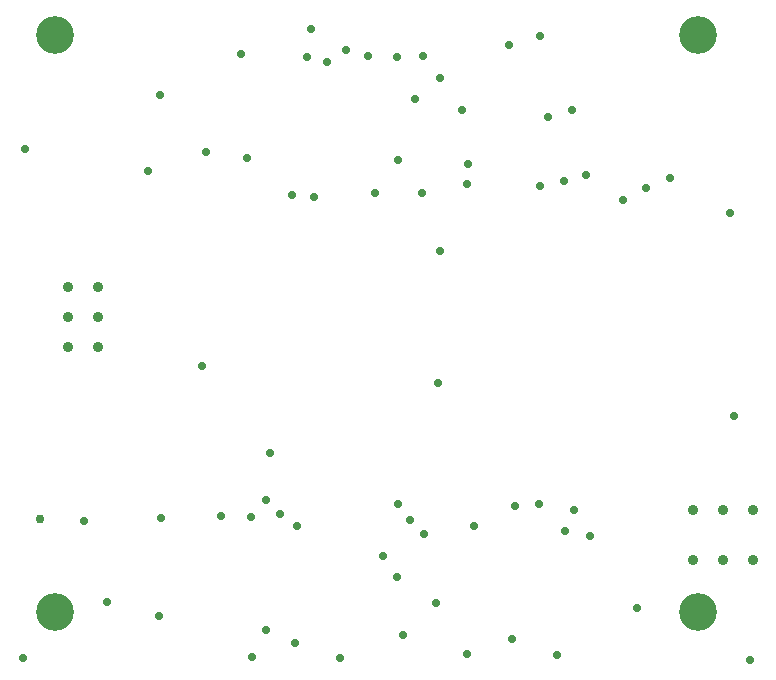
<source format=gbr>
%FSDAX33Y33*%
%MOMM*%
%SFA1B1*%

%IPPOS*%
%ADD9500C,0.711200*%
%ADD9501C,0.762000*%
%ADD9502C,0.900001*%
%ADD9503C,3.200001*%
%LNdrill-1*%
%LPD*%
G54D9501*
X003799Y021499D03*
G54D9503*
X004999Y013599D03*
Y062499D03*
G54D9502*
X006099Y036059D03*
Y038599D03*
Y041139D03*
X008639Y036059D03*
Y038599D03*
Y041139D03*
X059019Y017999D03*
Y022299D03*
G54D9503*
X059499Y013599D03*
Y062499D03*
G54D9502*
X061559Y017999D03*
Y022299D03*
X064099Y017999D03*
Y022299D03*
G54D9500*
X002299Y009699D03*
X002499Y052799D03*
X007499Y021299D03*
X009399Y014499D03*
X012899Y050999D03*
X013799Y013299D03*
X013899Y057399D03*
X013999Y021599D03*
X017499Y034499D03*
X017799Y052599D03*
X019099Y021799D03*
X020799Y060899D03*
X021299Y052049D03*
X021599Y021699D03*
X021699Y009799D03*
X022899Y012100D03*
Y023099D03*
X023199Y027099D03*
X024099Y021899D03*
X025099Y048899D03*
X025364Y010964D03*
X025499Y020899D03*
X026399Y060599D03*
X026699Y063000D03*
X026999Y048799D03*
X028023Y060160D03*
X029199Y009699D03*
X029699Y061199D03*
X031499Y060699D03*
X032099Y049099D03*
X032799Y018399D03*
X033999Y016599D03*
Y060599D03*
X034099Y051899D03*
Y022799D03*
X034499Y011699D03*
X035099Y021399D03*
X035499Y057099D03*
X036099Y049099D03*
X036199Y060699D03*
X036299Y020199D03*
X037299Y014399D03*
X037500Y032999D03*
X037599Y044199D03*
X037600Y058799D03*
X039499Y056099D03*
X039899Y010099D03*
Y049899D03*
X039999Y051599D03*
X040499Y020899D03*
X043499Y061599D03*
X043764Y011334D03*
X043941Y022599D03*
X045999Y022799D03*
X046099Y049699D03*
Y062399D03*
X046747Y055572D03*
X047499Y009999D03*
X048099Y050100D03*
X048199Y020499D03*
X048799Y056099D03*
X048999Y022299D03*
X049999Y050600D03*
X050300Y020099D03*
X053099Y048499D03*
X054299Y013999D03*
X055099Y049499D03*
X057099Y050400D03*
X062199Y047399D03*
X062499Y030199D03*
X063899Y009599D03*
M02*
</source>
